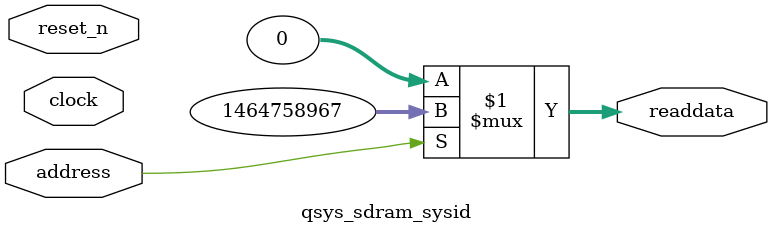
<source format=v>

`timescale 1ns / 1ps
// synthesis translate_on

// turn off superfluous verilog processor warnings 
// altera message_level Level1 
// altera message_off 10034 10035 10036 10037 10230 10240 10030 

module qsys_sdram_sysid (
               // inputs:
                address,
                clock,
                reset_n,

               // outputs:
                readdata
             )
;

  output  [ 31: 0] readdata;
  input            address;
  input            clock;
  input            reset_n;

  wire    [ 31: 0] readdata;
  //control_slave, which is an e_avalon_slave
  assign readdata = address ? 1464758967 : 0;

endmodule




</source>
